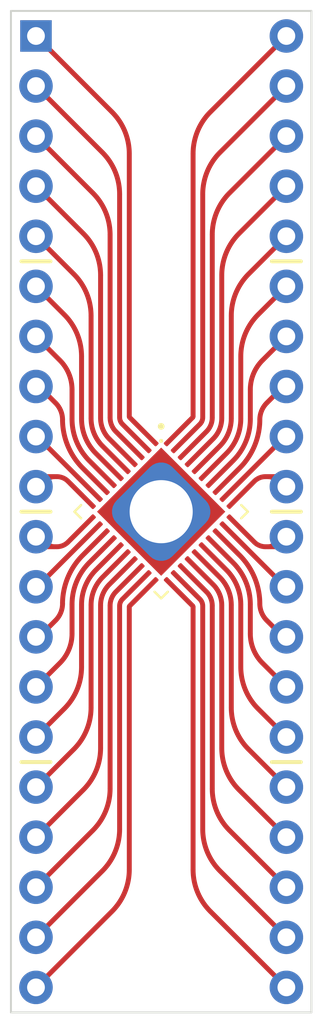
<source format=kicad_pcb>
(kicad_pcb (version 20221018) (generator pcbnew)
  (layers (0 "F.Cu" signal) (31 "B.Cu" signal) (34 "B.Paste" user) (35 "F.Paste" user) (36 "B.SilkS" user "B.Silkscreen") (37 "F.SilkS" user "F.Silkscreen") (38 "B.Mask" user) (39 "F.Mask" user) (44 "Edge.Cuts" user))
  (net 0 "")
  (net 1 "Net-(J1-Pin_1)")
  (net 2 "Net-(J1-Pin_2)")
  (net 3 "Net-(J1-Pin_3)")
  (net 4 "Net-(J1-Pin_4)")
  (net 5 "Net-(J1-Pin_5)")
  (net 6 "Net-(J1-Pin_6)")
  (net 7 "Net-(J1-Pin_7)")
  (net 8 "Net-(J1-Pin_8)")
  (net 9 "Net-(J1-Pin_9)")
  (net 10 "Net-(J1-Pin_10)")
  (net 11 "Net-(J1-Pin_11)")
  (net 12 "Net-(J1-Pin_12)")
  (net 13 "Net-(J1-Pin_13)")
  (net 14 "Net-(J1-Pin_14)")
  (net 15 "Net-(J1-Pin_15)")
  (net 16 "Net-(J1-Pin_16)")
  (net 17 "Net-(J1-Pin_17)")
  (net 18 "Net-(J1-Pin_18)")
  (net 19 "Net-(J1-Pin_19)")
  (net 20 "Net-(J1-Pin_20)")
  (net 21 "Net-(J2-Pin_20)")
  (net 22 "Net-(J2-Pin_19)")
  (net 23 "Net-(J2-Pin_18)")
  (net 24 "Net-(J2-Pin_17)")
  (net 25 "Net-(J2-Pin_16)")
  (net 26 "Net-(J2-Pin_15)")
  (net 27 "Net-(J2-Pin_14)")
  (net 28 "Net-(J2-Pin_13)")
  (net 29 "Net-(J2-Pin_12)")
  (net 30 "Net-(J2-Pin_11)")
  (net 31 "Net-(J2-Pin_10)")
  (net 32 "Net-(J2-Pin_9)")
  (net 33 "Net-(J2-Pin_8)")
  (net 34 "Net-(J2-Pin_7)")
  (net 35 "Net-(J2-Pin_6)")
  (net 36 "Net-(J2-Pin_5)")
  (net 37 "Net-(J2-Pin_4)")
  (net 38 "Net-(J2-Pin_3)")
  (net 39 "Net-(J2-Pin_2)")
  (net 40 "Net-(J2-Pin_1)")
  (footprint "proj_custom:QFN-40-1EP_6x6mm_P0.5mm_EP4.6x4.6mm_Custom" (layer "F.Cu") (at 59.69 69.85 -45)
    (fp_text reference "U1" hide)
    (fp_text value "" hide)
    (fp_line (start -3.11 3.11) (end -3.11 2.635) (stroke (width 0.12)) (layer "F.SilkS"))
    (fp_line (start -2.635 3.11) (end -3.11 3.11) (stroke (width 0.12)) (layer "F.SilkS"))
    (fp_line (start 2.635 -3.11) (end 3.11 -3.11) (stroke (width 0.12)) (layer "F.SilkS"))
    (fp_line (start 2.635 3.11) (end 3.11 3.11) (stroke (width 0.12)) (layer "F.SilkS"))
    (fp_line (start 3.11 -3.11) (end 3.11 -2.635) (stroke (width 0.12)) (layer "F.SilkS"))
    (fp_line (start 3.11 3.11) (end 3.11 2.635) (stroke (width 0.12)) (layer "F.SilkS"))
    (fp_circle (center -3.06 -3.06) (end -2.94 -3.06) (stroke (width 0.1)) (fill solid) (layer "F.SilkS"))
    (fp_circle (center -2.54 -2.54) (end -2.54 -2.54) (stroke (width 0.1)) (fill none) (layer "F.SilkS"))
    (fp_circle (center -2.54 -2.54) (end -2.54 -2.54) (stroke (width 0.1)) (fill none) (layer "F.SilkS"))
    (pad "1" smd roundrect (at -3.4375 -2.25 315) (size 1.825 0.25) (layers "F.Cu" "F.Paste" "F.Mask") (net 1 "Net-(J1-Pin_1)"))
    (pad "2" smd roundrect (at -3.4375 -1.75 315) (size 1.825 0.25) (layers "F.Cu" "F.Paste" "F.Mask") (net 2 "Net-(J1-Pin_2)"))
    (pad "3" smd roundrect (at -3.4375 -1.25 315) (size 1.825 0.25) (layers "F.Cu" "F.Paste" "F.Mask") (net 3 "Net-(J1-Pin_3)"))
    (pad "4" smd roundrect (at -3.4375 -0.75 315) (size 1.825 0.25) (layers "F.Cu" "F.Paste" "F.Mask") (net 4 "Net-(J1-Pin_4)"))
    (pad "5" smd roundrect (at -3.4375 -0.25 315) (size 1.825 0.25) (layers "F.Cu" "F.Paste" "F.Mask") (net 5 "Net-(J1-Pin_5)"))
    (pad "6" smd roundrect (at -3.4375 0.25 315) (size 1.825 0.25) (layers "F.Cu" "F.Paste" "F.Mask") (net 6 "Net-(J1-Pin_6)"))
    (pad "7" smd roundrect (at -3.4375 0.75 315) (size 1.825 0.25) (layers "F.Cu" "F.Paste" "F.Mask") (net 7 "Net-(J1-Pin_7)"))
    (pad "8" smd roundrect (at -3.4375 1.25 315) (size 1.825 0.25) (layers "F.Cu" "F.Paste" "F.Mask") (net 8 "Net-(J1-Pin_8)"))
    (pad "9" smd roundrect (at -3.4375 1.75 315) (size 1.825 0.25) (layers "F.Cu" "F.Paste" "F.Mask") (net 9 "Net-(J1-Pin_9)"))
    (pad "10" smd roundrect (at -3.4375 2.25 315) (size 1.825 0.25) (layers "F.Cu" "F.Paste" "F.Mask") (net 10 "Net-(J1-Pin_10)"))
    (pad "11" smd roundrect (at -2.25 3.4375 315) (size 0.25 1.825) (layers "F.Cu" "F.Paste" "F.Mask") (net 11 "Net-(J1-Pin_11)"))
    (pad "12" smd roundrect (at -1.75 3.4375 315) (size 0.25 1.825) (layers "F.Cu" "F.Paste" "F.Mask") (net 12 "Net-(J1-Pin_12)"))
    (pad "13" smd roundrect (at -1.25 3.4375 315) (size 0.25 1.825) (layers "F.Cu" "F.Paste" "F.Mask") (net 13 "Net-(J1-Pin_13)"))
    (pad "14" smd roundrect (at -0.75 3.4375 315) (size 0.25 1.825) (layers "F.Cu" "F.Paste" "F.Mask") (net 14 "Net-(J1-Pin_14)"))
    (pad "15" smd roundrect (at -0.25 3.4375 315) (size 0.25 1.825) (layers "F.Cu" "F.Paste" "F.Mask") (net 15 "Net-(J1-Pin_15)"))
    (pad "16" smd roundrect (at 0.25 3.4375 315) (size 0.25 1.825) (layers "F.Cu" "F.Paste" "F.Mask") (net 16 "Net-(J1-Pin_16)"))
    (pad "17" smd roundrect (at 0.75 3.4375 315) (size 0.25 1.825) (layers "F.Cu" "F.Paste" "F.Mask") (net 17 "Net-(J1-Pin_17)"))
    (pad "18" smd roundrect (at 1.25 3.4375 315) (size 0.25 1.825) (layers "F.Cu" "F.Paste" "F.Mask") (net 18 "Net-(J1-Pin_18)"))
    (pad "19" smd roundrect (at 1.75 3.4375 315) (size 0.25 1.825) (layers "F.Cu" "F.Paste" "F.Mask") (net 19 "Net-(J1-Pin_19)"))
    (pad "20" smd roundrect (at 2.25 3.4375 315) (size 0.25 1.825) (layers "F.Cu" "F.Paste" "F.Mask") (net 20 "Net-(J1-Pin_20)"))
    (pad "21" smd roundrect (at 3.4375 2.25 315) (size 1.825 0.25) (layers "F.Cu" "F.Paste" "F.Mask") (net 21 "Net-(J2-Pin_20)"))
    (pad "22" smd roundrect (at 3.4375 1.75 315) (size 1.825 0.25) (layers "F.Cu" "F.Paste" "F.Mask") (net 22 "Net-(J2-Pin_19)"))
    (pad "23" smd roundrect (at 3.4375 1.25 315) (size 1.825 0.25) (layers "F.Cu" "F.Paste" "F.Mask") (net 23 "Net-(J2-Pin_18)"))
    (pad "24" smd roundrect (at 3.4375 0.75 315) (size 1.825 0.25) (layers "F.Cu" "F.Paste" "F.Mask") (net 24 "Net-(J2-Pin_17)"))
    (pad "25" smd roundrect (at 3.4375 0.25 315) (size 1.825 0.25) (layers "F.Cu" "F.Paste" "F.Mask") (net 25 "Net-(J2-Pin_16)"))
    (pad "26" smd roundrect (at 3.4375 -0.25 315) (size 1.825 0.25) (layers "F.Cu" "F.Paste" "F.Mask") (net 26 "Net-(J2-Pin_15)"))
    (pad "27" smd roundrect (at 3.4375 -0.75 315) (size 1.825 0.25) (layers "F.Cu" "F.Paste" "F.Mask") (net 27 "Net-(J2-Pin_14)"))
    (pad "28" smd roundrect (at 3.4375 -1.25 315) (size 1.825 0.25) (layers "F.Cu" "F.Paste" "F.Mask") (net 28 "Net-(J2-Pin_13)"))
    (pad "29" smd roundrect (at 3.4375 -1.75 315) (size 1.825 0.25) (layers "F.Cu" "F.Paste" "F.Mask") (net 29 "Net-(J2-Pin_12)"))
    (pad "30" smd roundrect (at 3.4375 -2.25 315) (size 1.825 0.25) (layers "F.Cu" "F.Paste" "F.Mask") (net 30 "Net-(J2-Pin_11)"))
    (pad "31" smd roundrect (at 2.25 -3.4375 315) (size 0.25 1.825) (layers "F.Cu" "F.Paste" "F.Mask") (net 31 "Net-(J2-Pin_10)"))
    (pad "32" smd roundrect (at 1.75 -3.4375 315) (size 0.25 1.825) (layers "F.Cu" "F.Paste" "F.Mask") (net 32 "Net-(J2-Pin_9)"))
    (pad "33" smd roundrect (at 1.25 -3.4375 315) (size 0.25 1.825) (layers "F.Cu" "F.Paste" "F.Mask") (net 33 "Net-(J2-Pin_8)"))
    (pad "34" smd roundrect (at 0.75 -3.4375 315) (size 0.25 1.825) (layers "F.Cu" "F.Paste" "F.Mask") (net 34 "Net-(J2-Pin_7)"))
    (pad "35" smd roundrect (at 0.25 -3.4375 315) (size 0.25 1.825) (layers "F.Cu" "F.Paste" "F.Mask") (net 35 "Net-(J2-Pin_6)"))
    (pad "36" smd roundrect (at -0.25 -3.4375 315) (size 0.25 1.825) (layers "F.Cu" "F.Paste" "F.Mask") (net 36 "Net-(J2-Pin_5)"))
    (pad "37" smd roundrect (at -0.75 -3.4375 315) (size 0.25 1.825) (layers "F.Cu" "F.Paste" "F.Mask") (net 37 "Net-(J2-Pin_4)"))
    (pad "38" smd roundrect (at -1.25 -3.4375 315) (size 0.25 1.825) (layers "F.Cu" "F.Paste" "F.Mask") (net 38 "Net-(J2-Pin_3)"))
    (pad "39" smd roundrect (at -1.75 -3.4375 315) (size 0.25 1.825) (layers "F.Cu" "F.Paste" "F.Mask") (net 39 "Net-(J2-Pin_2)"))
    (pad "40" smd roundrect (at -2.25 -3.4375 315) (size 0.25 1.825) (layers "F.Cu" "F.Paste" "F.Mask") (net 40 "Net-(J2-Pin_1)"))
    (pad "41" thru_hole roundrect (at 0 0 315) (size 4 4) (drill 3.2) (layers "*.Cu" "*.Mask") (roundrect_rratio 0.2))
    (pad "41" smd rect (at 0 0 315) (size 4.6 4.6) (layers "F.Cu" "F.Mask"))
  )
  (footprint "proj_custom:PinHeader_1x20_P2.54mm_Vertical_Custom1" (layer "B.Cu") (at 53.34 45.72 180)
    (fp_text reference "J1" hide)
    (fp_text value "Conn_01x20_Pin" hide)
    (pad "1" thru_hole rect (at 0 0 180) (size 1.6 1.6) (drill 0.9) (layers "*.Cu" "*.Mask") (net 1 "Net-(J1-Pin_1)"))
    (pad "2" thru_hole oval (at 0 -2.54 180) (size 1.7 1.7) (drill 0.9) (layers "*.Cu" "*.Mask") (net 2 "Net-(J1-Pin_2)"))
    (pad "3" thru_hole oval (at 0 -5.08 180) (size 1.7 1.7) (drill 0.9) (layers "*.Cu" "*.Mask") (net 3 "Net-(J1-Pin_3)"))
    (pad "4" thru_hole oval (at 0 -7.62 180) (size 1.7 1.7) (drill 0.9) (layers "*.Cu" "*.Mask") (net 4 "Net-(J1-Pin_4)"))
    (pad "5" thru_hole oval (at 0 -10.16 180) (size 1.7 1.7) (drill 0.9) (layers "*.Cu" "*.Mask") (net 5 "Net-(J1-Pin_5)"))
    (pad "6" thru_hole oval (at 0 -12.7 180) (size 1.7 1.7) (drill 0.9) (layers "*.Cu" "*.Mask") (net 6 "Net-(J1-Pin_6)"))
    (pad "7" thru_hole oval (at 0 -15.24 180) (size 1.7 1.7) (drill 0.9) (layers "*.Cu" "*.Mask") (net 7 "Net-(J1-Pin_7)"))
    (pad "8" thru_hole oval (at 0 -17.78 180) (size 1.7 1.7) (drill 0.9) (layers "*.Cu" "*.Mask") (net 8 "Net-(J1-Pin_8)"))
    (pad "9" thru_hole oval (at 0 -20.32 180) (size 1.7 1.7) (drill 0.9) (layers "*.Cu" "*.Mask") (net 9 "Net-(J1-Pin_9)"))
    (pad "10" thru_hole oval (at 0 -22.86 180) (size 1.7 1.7) (drill 0.9) (layers "*.Cu" "*.Mask") (net 10 "Net-(J1-Pin_10)"))
    (pad "11" thru_hole oval (at 0 -25.4 180) (size 1.7 1.7) (drill 0.9) (layers "*.Cu" "*.Mask") (net 11 "Net-(J1-Pin_11)"))
    (pad "12" thru_hole oval (at 0 -27.94 180) (size 1.7 1.7) (drill 0.9) (layers "*.Cu" "*.Mask") (net 12 "Net-(J1-Pin_12)"))
    (pad "13" thru_hole oval (at 0 -30.48 180) (size 1.7 1.7) (drill 0.9) (layers "*.Cu" "*.Mask") (net 13 "Net-(J1-Pin_13)"))
    (pad "14" thru_hole oval (at 0 -33.02 180) (size 1.7 1.7) (drill 0.9) (layers "*.Cu" "*.Mask") (net 14 "Net-(J1-Pin_14)"))
    (pad "15" thru_hole oval (at 0 -35.56 180) (size 1.7 1.7) (drill 0.9) (layers "*.Cu" "*.Mask") (net 15 "Net-(J1-Pin_15)"))
    (pad "16" thru_hole oval (at 0 -38.1 180) (size 1.7 1.7) (drill 0.9) (layers "*.Cu" "*.Mask") (net 16 "Net-(J1-Pin_16)"))
    (pad "17" thru_hole oval (at 0 -40.64 180) (size 1.7 1.7) (drill 0.9) (layers "*.Cu" "*.Mask") (net 17 "Net-(J1-Pin_17)"))
    (pad "18" thru_hole oval (at 0 -43.18 180) (size 1.7 1.7) (drill 0.9) (layers "*.Cu" "*.Mask") (net 18 "Net-(J1-Pin_18)"))
    (pad "19" thru_hole oval (at 0 -45.72 180) (size 1.7 1.7) (drill 0.9) (layers "*.Cu" "*.Mask") (net 19 "Net-(J1-Pin_19)"))
    (pad "20" thru_hole oval (at 0 -48.26 180) (size 1.7 1.7) (drill 0.9) (layers "*.Cu" "*.Mask") (net 20 "Net-(J1-Pin_20)"))
  )
  (footprint "proj_custom:PinHeader_1x20_P2.54mm_Vertical_Custom2" (layer "B.Cu") (at 66.04 45.72 180)
    (fp_text reference "J2" hide)
    (fp_text value "Conn_01x20_Pin" hide)
    (pad "1" thru_hole oval (at 0 0 180) (size 1.7 1.7) (drill 0.9) (layers "*.Cu" "*.Mask") (net 40 "Net-(J2-Pin_1)"))
    (pad "2" thru_hole oval (at 0 -2.54 180) (size 1.7 1.7) (drill 0.9) (layers "*.Cu" "*.Mask") (net 39 "Net-(J2-Pin_2)"))
    (pad "3" thru_hole oval (at 0 -5.08 180) (size 1.7 1.7) (drill 0.9) (layers "*.Cu" "*.Mask") (net 38 "Net-(J2-Pin_3)"))
    (pad "4" thru_hole oval (at 0 -7.62 180) (size 1.7 1.7) (drill 0.9) (layers "*.Cu" "*.Mask") (net 37 "Net-(J2-Pin_4)"))
    (pad "5" thru_hole oval (at 0 -10.16 180) (size 1.7 1.7) (drill 0.9) (layers "*.Cu" "*.Mask") (net 36 "Net-(J2-Pin_5)"))
    (pad "6" thru_hole oval (at 0 -12.7 180) (size 1.7 1.7) (drill 0.9) (layers "*.Cu" "*.Mask") (net 35 "Net-(J2-Pin_6)"))
    (pad "7" thru_hole oval (at 0 -15.24 180) (size 1.7 1.7) (drill 0.9) (layers "*.Cu" "*.Mask") (net 34 "Net-(J2-Pin_7)"))
    (pad "8" thru_hole oval (at 0 -17.78 180) (size 1.7 1.7) (drill 0.9) (layers "*.Cu" "*.Mask") (net 33 "Net-(J2-Pin_8)"))
    (pad "9" thru_hole oval (at 0 -20.32 180) (size 1.7 1.7) (drill 0.9) (layers "*.Cu" "*.Mask") (net 32 "Net-(J2-Pin_9)"))
    (pad "10" thru_hole oval (at 0 -22.86 180) (size 1.7 1.7) (drill 0.9) (layers "*.Cu" "*.Mask") (net 31 "Net-(J2-Pin_10)"))
    (pad "11" thru_hole oval (at 0 -25.4 180) (size 1.7 1.7) (drill 0.9) (layers "*.Cu" "*.Mask") (net 30 "Net-(J2-Pin_11)"))
    (pad "12" thru_hole oval (at 0 -27.94 180) (size 1.7 1.7) (drill 0.9) (layers "*.Cu" "*.Mask") (net 29 "Net-(J2-Pin_12)"))
    (pad "13" thru_hole oval (at 0 -30.48 180) (size 1.7 1.7) (drill 0.9) (layers "*.Cu" "*.Mask") (net 28 "Net-(J2-Pin_13)"))
    (pad "14" thru_hole oval (at 0 -33.02 180) (size 1.7 1.7) (drill 0.9) (layers "*.Cu" "*.Mask") (net 27 "Net-(J2-Pin_14)"))
    (pad "15" thru_hole oval (at 0 -35.56 180) (size 1.7 1.7) (drill 0.9) (layers "*.Cu" "*.Mask") (net 26 "Net-(J2-Pin_15)"))
    (pad "16" thru_hole oval (at 0 -38.1 180) (size 1.7 1.7) (drill 0.9) (layers "*.Cu" "*.Mask") (net 25 "Net-(J2-Pin_16)"))
    (pad "17" thru_hole oval (at 0 -40.64 180) (size 1.7 1.7) (drill 0.9) (layers "*.Cu" "*.Mask") (net 24 "Net-(J2-Pin_17)"))
    (pad "18" thru_hole oval (at 0 -43.18 180) (size 1.7 1.7) (drill 0.9) (layers "*.Cu" "*.Mask") (net 23 "Net-(J2-Pin_18)"))
    (pad "19" thru_hole oval (at 0 -45.72 180) (size 1.7 1.7) (drill 0.9) (layers "*.Cu" "*.Mask") (net 22 "Net-(J2-Pin_19)"))
    (pad "20" thru_hole oval (at 0 -48.26 180) (size 1.7 1.7) (drill 0.9) (layers "*.Cu" "*.Mask") (net 21 "Net-(J2-Pin_20)"))
  )
  (gr_line (start 52.605 57.15) (end 54.075 57.15) (stroke (width 0.2)) (layer "F.SilkS"))
  (gr_line (start 65.305 82.55) (end 66.775 82.55) (stroke (width 0.2)) (layer "F.SilkS"))
  (gr_line (start 65.305 57.15) (end 66.775 57.15) (stroke (width 0.2)) (layer "F.SilkS"))
  (gr_line (start 65.305 69.85) (end 66.775 69.85) (stroke (width 0.2)) (layer "F.SilkS"))
  (gr_line (start 52.605 69.85) (end 54.075 69.85) (stroke (width 0.2)) (layer "F.SilkS"))
  (gr_line (start 52.605 82.55) (end 54.075 82.55) (stroke (width 0.2)) (layer "F.SilkS"))
  (gr_line (start 52.07 44.45) (end 67.31 44.45) (stroke (width 0.1)) (layer "Edge.Cuts"))
  (gr_line (start 52.07 44.45) (end 52.07 95.25) (stroke (width 0.1)) (layer "Edge.Cuts"))
  (gr_line (start 67.31 44.45) (end 67.31 95.25) (stroke (width 0.1)) (layer "Edge.Cuts"))
  (gr_line (start 67.31 95.25) (end 52.07 95.25) (stroke (width 0.1)) (layer "Edge.Cuts"))
  (segment (start 58.072 65.01448) (end 58.072 51.694641) (width 0.25) (layer "F.Cu") (net 1))
  (segment (start 58.850311 65.82833) (end 58.09713 65.075149) (width 0.25) (layer "F.Cu") (net 1))
  (segment (start 57.19332 49.57332) (end 53.34 45.72) (width 0.25) (layer "F.Cu") (net 1))
  (arc (start 58.072 51.694641) (mid 57.843638 50.54659) (end 57.19332 49.57332) (width 0.25) (layer "F.Cu") (net 1))
  (arc (start 58.072 65.01448) (mid 58.078531 65.047314) (end 58.09713 65.075149) (width 0.25) (layer "F.Cu") (net 1))
  (segment (start 57.5818 65.05982) (end 57.5818 53.744441) (width 0.25) (layer "F.Cu") (net 2))
  (segment (start 58.496757 66.181884) (end 57.728246 65.413373) (width 0.25) (layer "F.Cu") (net 2))
  (segment (start 56.70312 51.62312) (end 53.34 48.26) (width 0.25) (layer "F.Cu") (net 2))
  (arc (start 57.5818 53.744441) (mid 57.353438 52.59639) (end 56.70312 51.62312) (width 0.25) (layer "F.Cu") (net 2))
  (arc (start 57.5818 65.05982) (mid 57.61986 65.251161) (end 57.728246 65.413373) (width 0.25) (layer "F.Cu") (net 2))
  (segment (start 57.0992 65.077219) (end 57.0992 55.801841) (width 0.25) (layer "F.Cu") (net 3))
  (segment (start 58.143204 66.535437) (end 57.392093 65.784326) (width 0.25) (layer "F.Cu") (net 3))
  (segment (start 56.22052 53.68052) (end 53.34 50.8) (width 0.25) (layer "F.Cu") (net 3))
  (arc (start 57.0992 55.801841) (mid 56.870838 54.65379) (end 56.22052 53.68052) (width 0.25) (layer "F.Cu") (net 3))
  (arc (start 57.0992 65.077219) (mid 57.17532 65.459902) (end 57.392093 65.784326) (width 0.25) (layer "F.Cu") (net 3))
  (segment (start 55.73792 55.73792) (end 53.34 53.34) (width 0.25) (layer "F.Cu") (net 4))
  (segment (start 57.789651 66.88899) (end 57.05594 66.155279) (width 0.25) (layer "F.Cu") (net 4))
  (segment (start 56.6166 65.094619) (end 56.6166 57.859241) (width 0.25) (layer "F.Cu") (net 4))
  (arc (start 56.6166 57.859241) (mid 56.388238 56.71119) (end 55.73792 55.73792) (width 0.25) (layer "F.Cu") (net 4))
  (arc (start 57.05594 66.155279) (mid 56.730781 65.668644) (end 56.6166 65.094619) (width 0.25) (layer "F.Cu") (net 4))
  (segment (start 55.25532 57.79532) (end 53.34 55.88) (width 0.25) (layer "F.Cu") (net 5))
  (segment (start 56.134 65.11202) (end 56.134 59.916641) (width 0.25) (layer "F.Cu") (net 5))
  (segment (start 57.436097 67.242544) (end 56.719786 66.526233) (width 0.25) (layer "F.Cu") (net 5))
  (arc (start 56.134 65.11202) (mid 56.286241 65.877387) (end 56.719786 66.526233) (width 0.25) (layer "F.Cu") (net 5))
  (arc (start 55.25532 57.79532) (mid 55.905639 58.76859) (end 56.134 59.916641) (width 0.25) (layer "F.Cu") (net 5))
  (segment (start 57.082544 67.596097) (end 56.383633 66.897186) (width 0.25) (layer "F.Cu") (net 6))
  (segment (start 55.6514 65.129419) (end 55.6514 61.974041) (width 0.25) (layer "F.Cu") (net 6))
  (segment (start 54.77272 59.85272) (end 53.34 58.42) (width 0.25) (layer "F.Cu") (net 6))
  (arc (start 55.6514 61.974041) (mid 55.423038 60.82599) (end 54.77272 59.85272) (width 0.25) (layer "F.Cu") (net 6))
  (arc (start 55.6514 65.129419) (mid 55.841701 66.086128) (end 56.383633 66.897186) (width 0.25) (layer "F.Cu") (net 6))
  (segment (start 56.04748 67.268141) (end 56.72899 67.949651) (width 0.25) (layer "F.Cu") (net 7))
  (segment (start 53.34 60.96) (end 54.551105 62.171105) (width 0.25) (layer "F.Cu") (net 7))
  (segment (start 55.1688 63.662353) (end 55.1688 65.14682) (width 0.25) (layer "F.Cu") (net 7))
  (arc (start 55.1688 65.14682) (mid 55.397162 66.294871) (end 56.04748 67.268141) (width 0.25) (layer "F.Cu") (net 7))
  (arc (start 55.1688 63.662353) (mid 55.008266 62.855295) (end 54.551105 62.171105) (width 0.25) (layer "F.Cu") (net 7))
  (segment (start 53.808764 63.810776) (end 54.331851 64.333863) (width 0.25) (layer "F.Cu") (net 8))
  (segment (start 56.375437 68.303204) (end 55.711326 67.639093) (width 0.25) (layer "F.Cu") (net 8))
  (arc (start 54.687443 65.192338) (mid 54.595028 64.727735) (end 54.331851 64.333863) (width 0.25) (layer "F.Cu") (net 8))
  (arc (start 54.6862 65.16422) (mid 54.952622 66.503612) (end 55.711326 67.639093) (width 0.25) (layer "F.Cu") (net 8))
  (segment (start 56.021884 68.656757) (end 53.405127 66.04) (width 0.25) (layer "F.Cu") (net 9))
  (segment (start 53.34 66.04) (end 53.405127 66.04) (width 0.25) (layer "F.Cu") (net 9))
  (segment (start 55.66833 69.010311) (end 54.967092 68.309073) (width 0.25) (layer "F.Cu") (net 10))
  (segment (start 53.848 68.072) (end 53.34 68.58) (width 0.25) (layer "F.Cu") (net 10))
  (segment (start 54.394747 68.072) (end 53.848 68.072) (width 0.25) (layer "F.Cu") (net 10))
  (segment (start 53.798956 68.259313) (end 53.826448 68.231823) (width 0.25) (layer "F.Cu") (net 10))
  (arc (start 54.394747 68.072) (mid 54.704498 68.133613) (end 54.967092 68.309073) (width 0.25) (layer "F.Cu") (net 10))
  (arc (start 53.884451 68.233047) (mid 54.062849 68.113854) (end 54.27328 68.072) (width 0.25) (layer "F.Cu") (net 10))
  (segment (start 53.848 71.628) (end 53.34 71.12) (width 0.25) (layer "F.Cu") (net 11))
  (segment (start 55.66833 70.689689) (end 54.967092 71.390927) (width 0.25) (layer "F.Cu") (net 11))
  (segment (start 53.798956 71.440687) (end 53.826448 71.468177) (width 0.25) (layer "F.Cu") (net 11))
  (segment (start 54.394747 71.628) (end 53.848 71.628) (width 0.25) (layer "F.Cu") (net 11))
  (arc (start 54.394747 71.628) (mid 54.704498 71.566387) (end 54.967092 71.390927) (width 0.25) (layer "F.Cu") (net 11))
  (arc (start 53.884451 71.466953) (mid 54.062849 71.586146) (end 54.27328 71.628) (width 0.25) (layer "F.Cu") (net 11))
  (segment (start 53.34 73.66) (end 53.405127 73.66) (width 0.25) (layer "F.Cu") (net 12))
  (segment (start 56.021884 71.043243) (end 53.405127 73.66) (width 0.25) (layer "F.Cu") (net 12))
  (segment (start 53.808764 75.889224) (end 54.331851 75.366137) (width 0.25) (layer "F.Cu") (net 13))
  (segment (start 56.375437 71.396796) (end 55.711326 72.060907) (width 0.25) (layer "F.Cu") (net 13))
  (arc (start 54.6862 74.53578) (mid 54.952622 73.196388) (end 55.711326 72.060907) (width 0.25) (layer "F.Cu") (net 13))
  (arc (start 54.687443 74.507662) (mid 54.595028 74.972265) (end 54.331851 75.366137) (width 0.25) (layer "F.Cu") (net 13))
  (segment (start 53.34 78.74) (end 54.551105 77.528895) (width 0.25) (layer "F.Cu") (net 14))
  (segment (start 56.04748 72.431859) (end 56.72899 71.750349) (width 0.25) (layer "F.Cu") (net 14))
  (segment (start 55.1688 76.037647) (end 55.1688 74.55318) (width 0.25) (layer "F.Cu") (net 14))
  (arc (start 55.1688 74.55318) (mid 55.397162 73.405129) (end 56.04748 72.431859) (width 0.25) (layer "F.Cu") (net 14))
  (arc (start 55.1688 76.037647) (mid 55.008266 76.844705) (end 54.551105 77.528895) (width 0.25) (layer "F.Cu") (net 14))
  (segment (start 57.082544 72.103903) (end 56.383633 72.802814) (width 0.25) (layer "F.Cu") (net 15))
  (segment (start 54.77272 79.84728) (end 53.34 81.28) (width 0.25) (layer "F.Cu") (net 15))
  (segment (start 55.6514 74.570581) (end 55.6514 77.725959) (width 0.25) (layer "F.Cu") (net 15))
  (arc (start 55.6514 77.725959) (mid 55.423038 78.87401) (end 54.77272 79.84728) (width 0.25) (layer "F.Cu") (net 15))
  (arc (start 55.6514 74.570581) (mid 55.841701 73.613872) (end 56.383633 72.802814) (width 0.25) (layer "F.Cu") (net 15))
  (segment (start 57.436097 72.457456) (end 56.719786 73.173767) (width 0.25) (layer "F.Cu") (net 16))
  (segment (start 55.25532 81.90468) (end 53.34 83.82) (width 0.25) (layer "F.Cu") (net 16))
  (segment (start 56.134 74.58798) (end 56.134 79.783359) (width 0.25) (layer "F.Cu") (net 16))
  (arc (start 55.25532 81.90468) (mid 55.905639 80.93141) (end 56.134 79.783359) (width 0.25) (layer "F.Cu") (net 16))
  (arc (start 56.134 74.58798) (mid 56.286241 73.822613) (end 56.719786 73.173767) (width 0.25) (layer "F.Cu") (net 16))
  (segment (start 56.6166 74.605381) (end 56.6166 81.840759) (width 0.25) (layer "F.Cu") (net 17))
  (segment (start 57.789651 72.81101) (end 57.05594 73.544721) (width 0.25) (layer "F.Cu") (net 17))
  (segment (start 55.73792 83.96208) (end 53.34 86.36) (width 0.25) (layer "F.Cu") (net 17))
  (arc (start 56.6166 81.840759) (mid 56.388238 82.98881) (end 55.73792 83.96208) (width 0.25) (layer "F.Cu") (net 17))
  (arc (start 57.05594 73.544721) (mid 56.730781 74.031356) (end 56.6166 74.605381) (width 0.25) (layer "F.Cu") (net 17))
  (segment (start 58.143204 73.164563) (end 57.392093 73.915674) (width 0.25) (layer "F.Cu") (net 18))
  (segment (start 56.22052 86.01948) (end 53.34 88.9) (width 0.25) (layer "F.Cu") (net 18))
  (segment (start 57.0992 74.622781) (end 57.0992 83.898159) (width 0.25) (layer "F.Cu") (net 18))
  (arc (start 57.0992 83.898159) (mid 56.870838 85.04621) (end 56.22052 86.01948) (width 0.25) (layer "F.Cu") (net 18))
  (arc (start 57.0992 74.622781) (mid 57.17532 74.240098) (end 57.392093 73.915674) (width 0.25) (layer "F.Cu") (net 18))
  (segment (start 56.70312 88.07688) (end 53.34 91.44) (width 0.25) (layer "F.Cu") (net 19))
  (segment (start 57.5818 74.64018) (end 57.5818 85.955559) (width 0.25) (layer "F.Cu") (net 19))
  (segment (start 58.496757 73.518116) (end 57.728246 74.286627) (width 0.25) (layer "F.Cu") (net 19))
  (arc (start 57.5818 85.955559) (mid 57.353438 87.10361) (end 56.70312 88.07688) (width 0.25) (layer "F.Cu") (net 19))
  (arc (start 57.5818 74.64018) (mid 57.61986 74.448839) (end 57.728246 74.286627) (width 0.25) (layer "F.Cu") (net 19))
  (segment (start 57.19332 90.12668) (end 53.34 93.98) (width 0.25) (layer "F.Cu") (net 20))
  (segment (start 58.072 74.68552) (end 58.072 88.005359) (width 0.25) (layer "F.Cu") (net 20))
  (segment (start 58.850311 73.87167) (end 58.09713 74.624851) (width 0.25) (layer "F.Cu") (net 20))
  (arc (start 58.072 88.005359) (mid 57.843638 89.15341) (end 57.19332 90.12668) (width 0.25) (layer "F.Cu") (net 20))
  (arc (start 58.072 74.68552) (mid 58.078531 74.652686) (end 58.09713 74.624851) (width 0.25) (layer "F.Cu") (net 20))
  (segment (start 62.18668 90.12668) (end 66.04 93.98) (width 0.25) (layer "F.Cu") (net 21))
  (segment (start 61.308 74.68552) (end 61.308 88.005359) (width 0.25) (layer "F.Cu") (net 21))
  (segment (start 60.529689 73.87167) (end 61.28287 74.624851) (width 0.25) (layer "F.Cu") (net 21))
  (arc (start 61.308 74.68552) (mid 61.301469 74.652686) (end 61.28287 74.624851) (width 0.25) (layer "F.Cu") (net 21))
  (arc (start 61.308 88.005359) (mid 61.536362 89.15341) (end 62.18668 90.12668) (width 0.25) (layer "F.Cu") (net 21))
  (segment (start 62.67688 88.07688) (end 66.04 91.44) (width 0.25) (layer "F.Cu") (net 22))
  (segment (start 61.7982 74.64018) (end 61.7982 85.955559) (width 0.25) (layer "F.Cu") (net 22))
  (segment (start 60.883243 73.518116) (end 61.651754 74.286627) (width 0.25) (layer "F.Cu") (net 22))
  (arc (start 61.7982 74.64018) (mid 61.76014 74.448839) (end 61.651754 74.286627) (width 0.25) (layer "F.Cu") (net 22))
  (arc (start 61.7982 85.955559) (mid 62.026562 87.10361) (end 62.67688 88.07688) (width 0.25) (layer "F.Cu") (net 22))
  (segment (start 63.15948 86.01948) (end 66.04 88.9) (width 0.25) (layer "F.Cu") (net 23))
  (segment (start 61.236796 73.164563) (end 61.987907 73.915674) (width 0.25) (layer "F.Cu") (net 23))
  (segment (start 62.2808 74.622781) (end 62.2808 83.898159) (width 0.25) (layer "F.Cu") (net 23))
  (arc (start 62.2808 83.898159) (mid 62.509162 85.04621) (end 63.15948 86.01948) (width 0.25) (layer "F.Cu") (net 23))
  (arc (start 62.2808 74.622781) (mid 62.20468 74.240098) (end 61.987907 73.915674) (width 0.25) (layer "F.Cu") (net 23))
  (segment (start 63.64208 83.96208) (end 66.04 86.36) (width 0.25) (layer "F.Cu") (net 24))
  (segment (start 62.7634 74.605381) (end 62.7634 81.840759) (width 0.25) (layer "F.Cu") (net 24))
  (segment (start 61.590349 72.81101) (end 62.32406 73.544721) (width 0.25) (layer "F.Cu") (net 24))
  (arc (start 62.32406 73.544721) (mid 62.649219 74.031356) (end 62.7634 74.605381) (width 0.25) (layer "F.Cu") (net 24))
  (arc (start 62.7634 81.840759) (mid 62.991762 82.98881) (end 63.64208 83.96208) (width 0.25) (layer "F.Cu") (net 24))
  (segment (start 61.943903 72.457456) (end 62.660214 73.173767) (width 0.25) (layer "F.Cu") (net 25))
  (segment (start 64.12468 81.90468) (end 66.04 83.82) (width 0.25) (layer "F.Cu") (net 25))
  (segment (start 63.246 74.58798) (end 63.246 79.783359) (width 0.25) (layer "F.Cu") (net 25))
  (arc (start 64.12468 81.90468) (mid 63.474361 80.93141) (end 63.246 79.783359) (width 0.25) (layer "F.Cu") (net 25))
  (arc (start 63.246 74.58798) (mid 63.093759 73.822613) (end 62.660214 73.173767) (width 0.25) (layer "F.Cu") (net 25))
  (segment (start 63.7286 74.570581) (end 63.7286 77.725959) (width 0.25) (layer "F.Cu") (net 26))
  (segment (start 62.297456 72.103903) (end 62.996367 72.802814) (width 0.25) (layer "F.Cu") (net 26))
  (segment (start 64.60728 79.84728) (end 66.04 81.28) (width 0.25) (layer "F.Cu") (net 26))
  (arc (start 63.7286 74.570581) (mid 63.538299 73.613872) (end 62.996367 72.802814) (width 0.25) (layer "F.Cu") (net 26))
  (arc (start 63.7286 77.725959) (mid 63.956962 78.87401) (end 64.60728 79.84728) (width 0.25) (layer "F.Cu") (net 26))
  (segment (start 64.2112 76.037647) (end 64.2112 74.55318) (width 0.25) (layer "F.Cu") (net 27))
  (segment (start 66.04 78.74) (end 64.828895 77.528895) (width 0.25) (layer "F.Cu") (net 27))
  (segment (start 63.33252 72.431859) (end 62.65101 71.750349) (width 0.25) (layer "F.Cu") (net 27))
  (arc (start 64.2112 74.55318) (mid 63.982838 73.405129) (end 63.33252 72.431859) (width 0.25) (layer "F.Cu") (net 27))
  (arc (start 64.2112 76.037647) (mid 64.371734 76.844705) (end 64.828895 77.528895) (width 0.25) (layer "F.Cu") (net 27))
  (segment (start 63.004563 71.396796) (end 63.668674 72.060907) (width 0.25) (layer "F.Cu") (net 28))
  (segment (start 65.571236 75.889224) (end 65.048149 75.366137) (width 0.25) (layer "F.Cu") (net 28))
  (arc (start 64.6938 74.53578) (mid 64.427378 73.196388) (end 63.668674 72.060907) (width 0.25) (layer "F.Cu") (net 28))
  (arc (start 64.692557 74.507662) (mid 64.784972 74.972265) (end 65.048149 75.366137) (width 0.25) (layer "F.Cu") (net 28))
  (segment (start 63.358116 71.043243) (end 65.974873 73.66) (width 0.25) (layer "F.Cu") (net 29))
  (segment (start 66.04 73.66) (end 65.974873 73.66) (width 0.25) (layer "F.Cu") (net 29))
  (segment (start 65.532 71.628) (end 66.04 71.12) (width 0.25) (layer "F.Cu") (net 30))
  (segment (start 64.985253 71.628) (end 65.532 71.628) (width 0.25) (layer "F.Cu") (net 30))
  (segment (start 65.581044 71.440687) (end 65.553552 71.468177) (width 0.25) (layer "F.Cu") (net 30))
  (segment (start 63.71167 70.689689) (end 64.412908 71.390927) (width 0.25) (layer "F.Cu") (net 30))
  (arc (start 65.495549 71.466953) (mid 65.317151 71.586146) (end 65.10672 71.628) (width 0.25) (layer "F.Cu") (net 30))
  (arc (start 64.985253 71.628) (mid 64.675502 71.566387) (end 64.412908 71.390927) (width 0.25) (layer "F.Cu") (net 30))
  (segment (start 65.532 68.072) (end 66.04 68.58) (width 0.25) (layer "F.Cu") (net 31))
  (segment (start 64.985253 68.072) (end 65.532 68.072) (width 0.25) (layer "F.Cu") (net 31))
  (segment (start 63.71167 69.010311) (end 64.412908 68.309073) (width 0.25) (layer "F.Cu") (net 31))
  (segment (start 65.581044 68.259313) (end 65.553552 68.231823) (width 0.25) (layer "F.Cu") (net 31))
  (arc (start 64.985253 68.072) (mid 64.675502 68.133613) (end 64.412908 68.309073) (width 0.25) (layer "F.Cu") (net 31))
  (arc (start 65.495549 68.233047) (mid 65.317151 68.113854) (end 65.10672 68.072) (width 0.25) (layer "F.Cu") (net 31))
  (segment (start 66.04 66.04) (end 65.974873 66.04) (width 0.25) (layer "F.Cu") (net 32))
  (segment (start 63.358116 68.656757) (end 65.974873 66.04) (width 0.25) (layer "F.Cu") (net 32))
  (segment (start 63.004563 68.303204) (end 63.668674 67.639093) (width 0.25) (layer "F.Cu") (net 33))
  (segment (start 65.571236 63.810776) (end 65.048149 64.333863) (width 0.25) (layer "F.Cu") (net 33))
  (arc (start 64.692557 65.192338) (mid 64.784972 64.727735) (end 65.048149 64.333863) (width 0.25) (layer "F.Cu") (net 33))
  (arc (start 64.6938 65.16422) (mid 64.427378 66.503612) (end 63.668674 67.639093) (width 0.25) (layer "F.Cu") (net 33))
  (segment (start 63.33252 67.268141) (end 62.65101 67.949651) (width 0.25) (layer "F.Cu") (net 34))
  (segment (start 66.04 60.96) (end 64.828895 62.171105) (width 0.25) (layer "F.Cu") (net 34))
  (segment (start 64.2112 63.662353) (end 64.2112 65.14682) (width 0.25) (layer "F.Cu") (net 34))
  (arc (start 64.2112 63.662353) (mid 64.371734 62.855295) (end 64.828895 62.171105) (width 0.25) (layer "F.Cu") (net 34))
  (arc (start 64.2112 65.14682) (mid 63.982838 66.294871) (end 63.33252 67.268141) (width 0.25) (layer "F.Cu") (net 34))
  (segment (start 62.297456 67.596097) (end 62.996367 66.897186) (width 0.25) (layer "F.Cu") (net 35))
  (segment (start 63.7286 65.129419) (end 63.7286 61.974041) (width 0.25) (layer "F.Cu") (net 35))
  (segment (start 64.60728 59.85272) (end 66.04 58.42) (width 0.25) (layer "F.Cu") (net 35))
  (arc (start 63.7286 61.974041) (mid 63.956962 60.82599) (end 64.60728 59.85272) (width 0.25) (layer "F.Cu") (net 35))
  (arc (start 63.7286 65.129419) (mid 63.538299 66.086128) (end 62.996367 66.897186) (width 0.25) (layer "F.Cu") (net 35))
  (segment (start 64.12468 57.79532) (end 66.04 55.88) (width 0.25) (layer "F.Cu") (net 36))
  (segment (start 61.943903 67.242544) (end 62.660214 66.526233) (width 0.25) (layer "F.Cu") (net 36))
  (segment (start 63.246 65.11202) (end 63.246 59.916641) (width 0.25) (layer "F.Cu") (net 36))
  (arc (start 64.12468 57.79532) (mid 63.474361 58.76859) (end 63.246 59.916641) (width 0.25) (layer "F.Cu") (net 36))
  (arc (start 63.246 65.11202) (mid 63.093759 65.877387) (end 62.660214 66.526233) (width 0.25) (layer "F.Cu") (net 36))
  (segment (start 63.64208 55.73792) (end 66.04 53.34) (width 0.25) (layer "F.Cu") (net 37))
  (segment (start 62.7634 65.094619) (end 62.7634 57.859241) (width 0.25) (layer "F.Cu") (net 37))
  (segment (start 61.590349 66.88899) (end 62.32406 66.155279) (width 0.25) (layer "F.Cu") (net 37))
  (arc (start 62.7634 57.859241) (mid 62.991762 56.71119) (end 63.64208 55.73792) (width 0.25) (layer "F.Cu") (net 37))
  (arc (start 62.32406 66.155279) (mid 62.649219 65.668644) (end 62.7634 65.094619) (width 0.25) (layer "F.Cu") (net 37))
  (segment (start 62.2808 65.077219) (end 62.2808 55.801841) (width 0.25) (layer "F.Cu") (net 38))
  (segment (start 61.236796 66.535437) (end 61.987907 65.784326) (width 0.25) (layer "F.Cu") (net 38))
  (segment (start 63.15948 53.68052) (end 66.04 50.8) (width 0.25) (layer "F.Cu") (net 38))
  (arc (start 62.2808 65.077219) (mid 62.20468 65.459902) (end 61.987907 65.784326) (width 0.25) (layer "F.Cu") (net 38))
  (arc (start 62.2808 55.801841) (mid 62.509162 54.65379) (end 63.15948 53.68052) (width 0.25) (layer "F.Cu") (net 38))
  (segment (start 61.7982 65.05982) (end 61.7982 53.744441) (width 0.25) (layer "F.Cu") (net 39))
  (segment (start 62.67688 51.62312) (end 66.04 48.26) (width 0.25) (layer "F.Cu") (net 39))
  (segment (start 60.883243 66.181884) (end 61.651754 65.413373) (width 0.25) (layer "F.Cu") (net 39))
  (arc (start 61.7982 53.744441) (mid 62.026562 52.59639) (end 62.67688 51.62312) (width 0.25) (layer "F.Cu") (net 39))
  (arc (start 61.7982 65.05982) (mid 61.76014 65.251161) (end 61.651754 65.413373) (width 0.25) (layer "F.Cu") (net 39))
  (segment (start 61.308 65.01448) (end 61.308 51.694641) (width 0.25) (layer "F.Cu") (net 40))
  (segment (start 62.18668 49.57332) (end 66.04 45.72) (width 0.25) (layer "F.Cu") (net 40))
  (segment (start 60.529689 65.82833) (end 61.28287 65.075149) (width 0.25) (layer "F.Cu") (net 40))
  (arc (start 61.308 65.01448) (mid 61.301469 65.047314) (end 61.28287 65.075149) (width 0.25) (layer "F.Cu") (net 40))
  (arc (start 61.308 51.694641) (mid 61.536362 50.54659) (end 62.18668 49.57332) (width 0.25) (layer "F.Cu") (net 40))
)
</source>
